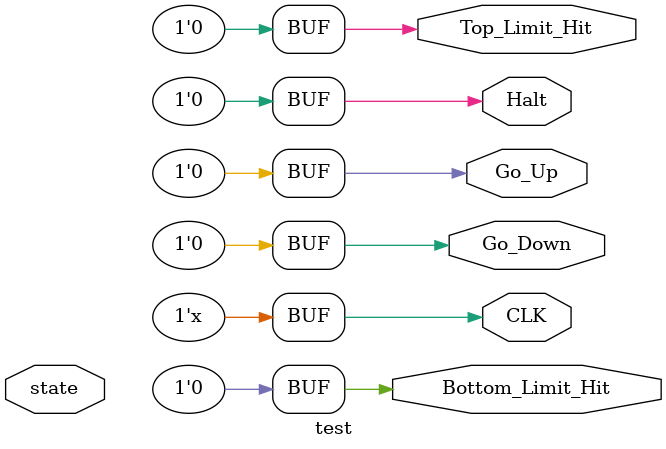
<source format=v>
/*---Created by Jorge Munoz Taylor---*/
/*------University of Costa Rica-----*/
/*---------Digital circuits II-------*/
/*-----------Homework 6--------------*/

module test (
    CLK,
    Go_Up,
    Go_Down,
    Halt,
    Top_Limit_Hit,
    Bottom_Limit_Hit,
    state
);
    input [4:0] state;
    output reg  CLK;
    output reg  Go_Up;
    output reg  Go_Down;
    output reg  Halt;
    output reg  Top_Limit_Hit;
    output reg  Bottom_Limit_Hit;

    parameter t_CLK  = 1;
            
    initial CLK             = 0;
    initial Go_Up           = 0;
    initial Go_Down         = 0;
    initial Halt            = 0;
    initial Top_Limit_Hit   = 0;
    initial Bottom_Limit_Hit= 0;

    always #t_CLK CLK = !CLK;

    initial
    begin
        #4 Go_Up   = 1;
        #4 Go_Up   = 0;
    end

    initial
    begin
        #8 Top_Limit_Hit   = 1;
        #4  Top_Limit_Hit   = 0;
    end

    initial
    begin
        #12 Go_Down   = 1;
        #4  Go_Down   = 0;
    end

    initial
    begin
        #16 Bottom_Limit_Hit   = 1;
        #4  Bottom_Limit_Hit   = 0;
    end

    initial
    begin
        #20 Go_Up   = 1;
        #4 Go_Up   = 0;
    end

    initial
    begin
        #24 Halt = 1;
        #4  Halt = 0;
    end

endmodule
</source>
